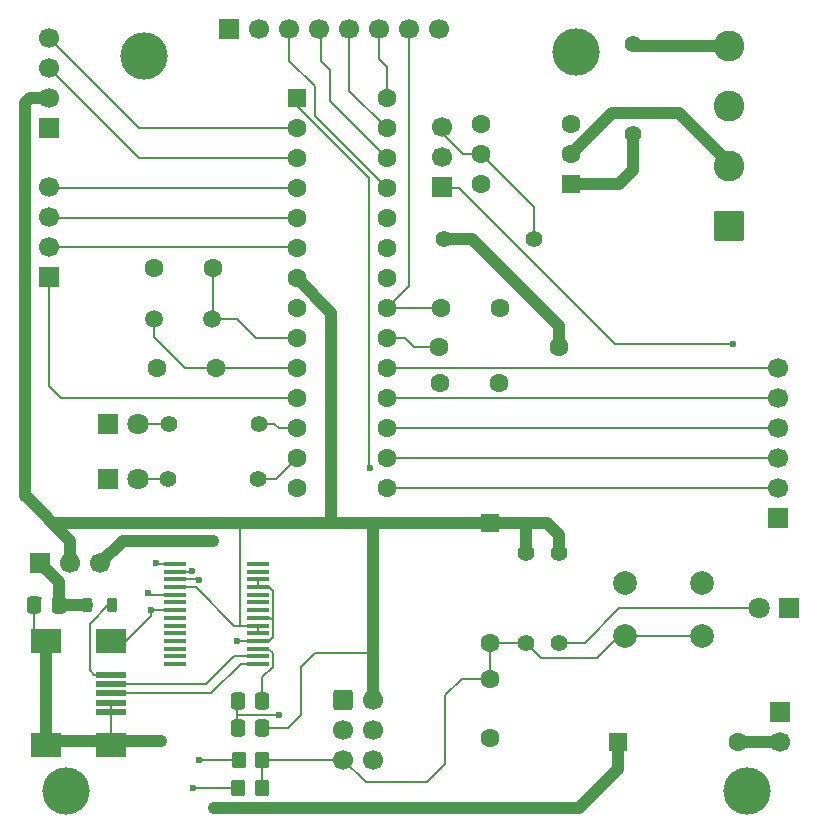
<source format=gbr>
%TF.GenerationSoftware,KiCad,Pcbnew,9.0.7*%
%TF.CreationDate,2026-02-16T21:59:20+01:00*%
%TF.ProjectId,anemometre,616e656d-6f6d-4657-9472-652e6b696361,rev?*%
%TF.SameCoordinates,Original*%
%TF.FileFunction,Copper,L1,Top*%
%TF.FilePolarity,Positive*%
%FSLAX46Y46*%
G04 Gerber Fmt 4.6, Leading zero omitted, Abs format (unit mm)*
G04 Created by KiCad (PCBNEW 9.0.7) date 2026-02-16 21:59:20*
%MOMM*%
%LPD*%
G01*
G04 APERTURE LIST*
G04 Aperture macros list*
%AMRoundRect*
0 Rectangle with rounded corners*
0 $1 Rounding radius*
0 $2 $3 $4 $5 $6 $7 $8 $9 X,Y pos of 4 corners*
0 Add a 4 corners polygon primitive as box body*
4,1,4,$2,$3,$4,$5,$6,$7,$8,$9,$2,$3,0*
0 Add four circle primitives for the rounded corners*
1,1,$1+$1,$2,$3*
1,1,$1+$1,$4,$5*
1,1,$1+$1,$6,$7*
1,1,$1+$1,$8,$9*
0 Add four rect primitives between the rounded corners*
20,1,$1+$1,$2,$3,$4,$5,0*
20,1,$1+$1,$4,$5,$6,$7,0*
20,1,$1+$1,$6,$7,$8,$9,0*
20,1,$1+$1,$8,$9,$2,$3,0*%
G04 Aperture macros list end*
%TA.AperFunction,ComponentPad*%
%ADD10C,1.400000*%
%TD*%
%TA.AperFunction,SMDPad,CuDef*%
%ADD11RoundRect,0.250000X0.337500X0.475000X-0.337500X0.475000X-0.337500X-0.475000X0.337500X-0.475000X0*%
%TD*%
%TA.AperFunction,ComponentPad*%
%ADD12RoundRect,0.250000X-0.550000X0.550000X-0.550000X-0.550000X0.550000X-0.550000X0.550000X0.550000X0*%
%TD*%
%TA.AperFunction,ComponentPad*%
%ADD13C,1.600000*%
%TD*%
%TA.AperFunction,ComponentPad*%
%ADD14R,1.700000X1.700000*%
%TD*%
%TA.AperFunction,ComponentPad*%
%ADD15C,1.700000*%
%TD*%
%TA.AperFunction,SMDPad,CuDef*%
%ADD16RoundRect,0.100000X-0.850000X-0.100000X0.850000X-0.100000X0.850000X0.100000X-0.850000X0.100000X0*%
%TD*%
%TA.AperFunction,SMDPad,CuDef*%
%ADD17R,2.500000X0.500000*%
%TD*%
%TA.AperFunction,SMDPad,CuDef*%
%ADD18R,2.500000X2.000000*%
%TD*%
%TA.AperFunction,ComponentPad*%
%ADD19C,1.500000*%
%TD*%
%TA.AperFunction,ComponentPad*%
%ADD20RoundRect,0.250000X1.050000X-1.050000X1.050000X1.050000X-1.050000X1.050000X-1.050000X-1.050000X0*%
%TD*%
%TA.AperFunction,ComponentPad*%
%ADD21C,2.600000*%
%TD*%
%TA.AperFunction,ComponentPad*%
%ADD22R,1.800000X1.800000*%
%TD*%
%TA.AperFunction,ComponentPad*%
%ADD23C,1.800000*%
%TD*%
%TA.AperFunction,ComponentPad*%
%ADD24RoundRect,0.250000X-0.550000X-0.550000X0.550000X-0.550000X0.550000X0.550000X-0.550000X0.550000X0*%
%TD*%
%TA.AperFunction,ComponentPad*%
%ADD25RoundRect,0.250000X-0.600000X-0.600000X0.600000X-0.600000X0.600000X0.600000X-0.600000X0.600000X0*%
%TD*%
%TA.AperFunction,ComponentPad*%
%ADD26C,2.000000*%
%TD*%
%TA.AperFunction,SMDPad,CuDef*%
%ADD27RoundRect,0.250000X-0.350000X-0.450000X0.350000X-0.450000X0.350000X0.450000X-0.350000X0.450000X0*%
%TD*%
%TA.AperFunction,SMDPad,CuDef*%
%ADD28RoundRect,0.250000X-0.337500X-0.475000X0.337500X-0.475000X0.337500X0.475000X-0.337500X0.475000X0*%
%TD*%
%TA.AperFunction,SMDPad,CuDef*%
%ADD29RoundRect,0.218750X-0.218750X-0.381250X0.218750X-0.381250X0.218750X0.381250X-0.218750X0.381250X0*%
%TD*%
%TA.AperFunction,ComponentPad*%
%ADD30RoundRect,0.250000X0.550000X0.550000X-0.550000X0.550000X-0.550000X-0.550000X0.550000X-0.550000X0*%
%TD*%
%TA.AperFunction,ViaPad*%
%ADD31C,0.600000*%
%TD*%
%TA.AperFunction,ViaPad*%
%ADD32C,4.000000*%
%TD*%
%TA.AperFunction,Conductor*%
%ADD33C,0.200000*%
%TD*%
%TA.AperFunction,Conductor*%
%ADD34C,1.000000*%
%TD*%
G04 APERTURE END LIST*
D10*
%TO.P,R5,1*%
%TO.N,+5V*%
X116459000Y-70358000D03*
%TO.P,R5,2*%
%TO.N,/RESET*%
X116459000Y-77978000D03*
%TD*%
D11*
%TO.P,C8,1*%
%TO.N,/USBVCC*%
X76856500Y-74803000D03*
%TO.P,C8,2*%
%TO.N,GND*%
X74781500Y-74803000D03*
%TD*%
D12*
%TO.P,D4,1,K*%
%TO.N,+5V*%
X113411000Y-67818000D03*
D13*
%TO.P,D4,2,A*%
%TO.N,/RESET*%
X113411000Y-77978000D03*
%TD*%
D14*
%TO.P,J10,1,Pin_1*%
%TO.N,/USBVCC*%
X75311000Y-71247000D03*
D15*
%TO.P,J10,2,Pin_2*%
%TO.N,+5V*%
X77851000Y-71247000D03*
%TO.P,J10,3,Pin_3*%
%TO.N,Net-(D3-K)*%
X80391000Y-71247000D03*
%TD*%
D14*
%TO.P,J3,1,Pin_1*%
%TO.N,/ADC0*%
X91313000Y-26035000D03*
D15*
%TO.P,J3,2,Pin_2*%
%TO.N,/ADC1*%
X93853000Y-26035000D03*
%TO.P,J3,3,Pin_3*%
%TO.N,/ADC2*%
X96393000Y-26035000D03*
%TO.P,J3,4,Pin_4*%
%TO.N,/ADC3*%
X98933000Y-26035000D03*
%TO.P,J3,5,Pin_5*%
%TO.N,/ADC4*%
X101473000Y-26035000D03*
%TO.P,J3,6,Pin_6*%
%TO.N,/ADC5*%
X104013000Y-26035000D03*
%TO.P,J3,7,Pin_7*%
%TO.N,/AREF*%
X106553000Y-26035000D03*
%TO.P,J3,8,Pin_8*%
%TO.N,GND*%
X109093000Y-26035000D03*
%TD*%
D14*
%TO.P,J4,1,Pin_1*%
%TO.N,Net-(J4-Pin_1)*%
X137795000Y-67437000D03*
D15*
%TO.P,J4,2,Pin_2*%
%TO.N,Net-(J4-Pin_2)*%
X137795000Y-64897000D03*
%TO.P,J4,3,Pin_3*%
%TO.N,Net-(J4-Pin_3)*%
X137795000Y-62357000D03*
%TO.P,J4,4,Pin_4*%
%TO.N,/MOSI*%
X137795000Y-59817000D03*
%TO.P,J4,5,Pin_5*%
%TO.N,/MISO*%
X137795000Y-57277000D03*
%TO.P,J4,6,Pin_6*%
%TO.N,/SCK*%
X137795000Y-54737000D03*
%TD*%
D14*
%TO.P,J5,1,Pin_1*%
%TO.N,Net-(J4-Pin_1)*%
X109347000Y-39370000D03*
D15*
%TO.P,J5,2,Pin_2*%
%TO.N,Net-(J5-Pin_2)*%
X109347000Y-36830000D03*
%TO.P,J5,3,Pin_3*%
%TO.N,Net-(J5-Pin_3)*%
X109347000Y-34290000D03*
%TD*%
D13*
%TO.P,C5,1*%
%TO.N,GND*%
X113411000Y-86026000D03*
%TO.P,C5,2*%
%TO.N,/RESET*%
X113411000Y-81026000D03*
%TD*%
D10*
%TO.P,R4,1*%
%TO.N,Net-(U1-PD6)*%
X93853000Y-59436000D03*
%TO.P,R4,2*%
%TO.N,Net-(D1-A)*%
X86233000Y-59436000D03*
%TD*%
D16*
%TO.P,U3,1,TXD*%
%TO.N,/RXD*%
X86726000Y-71299000D03*
%TO.P,U3,2,DTR*%
%TO.N,Net-(U3-DTR)*%
X86726000Y-71949000D03*
%TO.P,U3,3,RTS*%
%TO.N,Net-(U3-RTS)*%
X86726000Y-72599000D03*
%TO.P,U3,4,VCCIO*%
%TO.N,+5V*%
X86726000Y-73249000D03*
%TO.P,U3,5,RXD*%
%TO.N,/TXD*%
X86726000Y-73899000D03*
%TO.P,U3,6,RI*%
%TO.N,unconnected-(U3-RI-Pad6)*%
X86726000Y-74549000D03*
%TO.P,U3,7,GND*%
%TO.N,GND*%
X86726000Y-75199000D03*
%TO.P,U3,8*%
%TO.N,N/C*%
X86726000Y-75849000D03*
%TO.P,U3,9,DCR*%
%TO.N,unconnected-(U3-DCR-Pad9)*%
X86726000Y-76499000D03*
%TO.P,U3,10,DCD*%
%TO.N,unconnected-(U3-DCD-Pad10)*%
X86726000Y-77149000D03*
%TO.P,U3,11,CTS*%
%TO.N,unconnected-(U3-CTS-Pad11)*%
X86726000Y-77799000D03*
%TO.P,U3,12,CBUS4*%
%TO.N,unconnected-(U3-CBUS4-Pad12)*%
X86726000Y-78449000D03*
%TO.P,U3,13,CBUS2*%
%TO.N,unconnected-(U3-CBUS2-Pad13)*%
X86726000Y-79099000D03*
%TO.P,U3,14,CBUS3*%
%TO.N,unconnected-(U3-CBUS3-Pad14)*%
X86726000Y-79749000D03*
%TO.P,U3,15,USBD+*%
%TO.N,/USBD+*%
X93726000Y-79749000D03*
%TO.P,U3,16,USBD-*%
%TO.N,/USBD-*%
X93726000Y-79099000D03*
%TO.P,U3,17,3V3OUT*%
%TO.N,Net-(U3-3V3OUT)*%
X93726000Y-78449000D03*
%TO.P,U3,18,GND*%
%TO.N,GND*%
X93726000Y-77799000D03*
%TO.P,U3,19,~{RESET}*%
%TO.N,+5V*%
X93726000Y-77149000D03*
%TO.P,U3,20,VCC*%
X93726000Y-76499000D03*
%TO.P,U3,21,GND*%
%TO.N,GND*%
X93726000Y-75849000D03*
%TO.P,U3,22,CBUS1*%
%TO.N,unconnected-(U3-CBUS1-Pad22)*%
X93726000Y-75199000D03*
%TO.P,U3,23,CBUS0*%
%TO.N,unconnected-(U3-CBUS0-Pad23)*%
X93726000Y-74549000D03*
%TO.P,U3,24*%
%TO.N,N/C*%
X93726000Y-73899000D03*
%TO.P,U3,25,AGND*%
%TO.N,GND*%
X93726000Y-73249000D03*
%TO.P,U3,26,TEST*%
X93726000Y-72599000D03*
%TO.P,U3,27,OSCI*%
%TO.N,unconnected-(U3-OSCI-Pad27)*%
X93726000Y-71949000D03*
%TO.P,U3,28,OSCO*%
%TO.N,unconnected-(U3-OSCO-Pad28)*%
X93726000Y-71299000D03*
%TD*%
D17*
%TO.P,J8,1,VBUS*%
%TO.N,Net-(J8-VBUS)*%
X81280000Y-80651000D03*
%TO.P,J8,2,D-*%
%TO.N,/USBD-*%
X81280000Y-81451000D03*
%TO.P,J8,3,D+*%
%TO.N,/USBD+*%
X81280000Y-82251000D03*
%TO.P,J8,4,ID*%
%TO.N,GND*%
X81280000Y-83051000D03*
%TO.P,J8,5,GND*%
X81280000Y-83851000D03*
D18*
%TO.P,J8,6,Shield*%
X81280000Y-77851000D03*
X75780000Y-77851000D03*
X81280000Y-86651000D03*
X75780000Y-86651000D03*
%TD*%
D19*
%TO.P,Y1,1,1*%
%TO.N,Net-(U1-XTAL1{slash}PB6)*%
X89816000Y-50546000D03*
%TO.P,Y1,2,2*%
%TO.N,Net-(U1-XTAL2{slash}PB7)*%
X84936000Y-50546000D03*
%TD*%
D20*
%TO.P,J1,1,Pin_1*%
%TO.N,unconnected-(J1-Pin_1-Pad1)*%
X133604000Y-42672000D03*
D21*
%TO.P,J1,2,Pin_2*%
%TO.N,Net-(J1-Pin_2)*%
X133604000Y-37592000D03*
%TO.P,J1,3,Pin_3*%
%TO.N,GND1*%
X133604000Y-32512000D03*
%TO.P,J1,4,Pin_4*%
%TO.N,+24V*%
X133604000Y-27432000D03*
%TD*%
D13*
%TO.P,C4,1*%
%TO.N,Net-(U1-AVCC)*%
X109173000Y-56007000D03*
%TO.P,C4,2*%
%TO.N,GND*%
X114173000Y-56007000D03*
%TD*%
%TO.P,C1,1*%
%TO.N,Net-(U1-XTAL1{slash}PB6)*%
X89916000Y-46228000D03*
%TO.P,C1,2*%
%TO.N,GND*%
X84916000Y-46228000D03*
%TD*%
D10*
%TO.P,R3,1*%
%TO.N,Net-(U1-PD7)*%
X93726000Y-64135000D03*
%TO.P,R3,2*%
%TO.N,Net-(D2-A)*%
X86106000Y-64135000D03*
%TD*%
D22*
%TO.P,D1,1,K*%
%TO.N,GND*%
X81026000Y-59436000D03*
D23*
%TO.P,D1,2,A*%
%TO.N,Net-(D1-A)*%
X83566000Y-59436000D03*
%TD*%
D11*
%TO.P,C7,1*%
%TO.N,Net-(U3-3V3OUT)*%
X94107000Y-82931000D03*
%TO.P,C7,2*%
%TO.N,GND*%
X92032000Y-82931000D03*
%TD*%
D10*
%TO.P,R1,1*%
%TO.N,+5V*%
X109474000Y-43810000D03*
%TO.P,R1,2*%
%TO.N,Net-(J5-Pin_3)*%
X117094000Y-43810000D03*
%TD*%
%TO.P,R2,1*%
%TO.N,+24V*%
X125476000Y-27305000D03*
%TO.P,R2,2*%
%TO.N,Net-(R2-Pad2)*%
X125476000Y-34925000D03*
%TD*%
D13*
%TO.P,C2,1*%
%TO.N,Net-(U1-XTAL2{slash}PB7)*%
X90170000Y-54737000D03*
%TO.P,C2,2*%
%TO.N,GND*%
X85170000Y-54737000D03*
%TD*%
D22*
%TO.P,D5,1,K*%
%TO.N,GND*%
X138684000Y-75057000D03*
D23*
%TO.P,D5,2,A*%
%TO.N,Net-(D5-A)*%
X136144000Y-75057000D03*
%TD*%
D13*
%TO.P,C3,1*%
%TO.N,GND*%
X114260000Y-49657000D03*
%TO.P,C3,2*%
%TO.N,/AREF*%
X109260000Y-49657000D03*
%TD*%
D14*
%TO.P,J7,1,Pin_1*%
%TO.N,/T1*%
X76073000Y-46990000D03*
D15*
%TO.P,J7,2,Pin_2*%
%TO.N,/T0*%
X76073000Y-44450000D03*
%TO.P,J7,3,Pin_3*%
%TO.N,/INT1*%
X76073000Y-41910000D03*
%TO.P,J7,4,Pin_4*%
%TO.N,/INT0*%
X76073000Y-39370000D03*
%TD*%
D24*
%TO.P,D3,1,K*%
%TO.N,Net-(D3-K)*%
X124206000Y-86360000D03*
D13*
%TO.P,D3,2,A*%
%TO.N,Net-(D3-A)*%
X134366000Y-86360000D03*
%TD*%
D25*
%TO.P,J2,1,MISO*%
%TO.N,/MISO*%
X100965000Y-82804000D03*
D15*
%TO.P,J2,2,VCC*%
%TO.N,+5V*%
X103505000Y-82804000D03*
%TO.P,J2,3,SCK*%
%TO.N,/SCK*%
X100965000Y-85344000D03*
%TO.P,J2,4,MOSI*%
%TO.N,/MOSI*%
X103505000Y-85344000D03*
%TO.P,J2,5,~{RST}*%
%TO.N,/RESET*%
X100965000Y-87884000D03*
%TO.P,J2,6,GND*%
%TO.N,GND*%
X103505000Y-87884000D03*
%TD*%
D24*
%TO.P,U1,1,~{RESET}/PC6*%
%TO.N,/RESET*%
X97028000Y-31877000D03*
D13*
%TO.P,U1,2,PD0*%
%TO.N,/RXD*%
X97028000Y-34417000D03*
%TO.P,U1,3,PD1*%
%TO.N,/TXD*%
X97028000Y-36957000D03*
%TO.P,U1,4,PD2*%
%TO.N,/INT0*%
X97028000Y-39497000D03*
%TO.P,U1,5,PD3*%
%TO.N,/INT1*%
X97028000Y-42037000D03*
%TO.P,U1,6,PD4*%
%TO.N,/T0*%
X97028000Y-44577000D03*
%TO.P,U1,7,VCC*%
%TO.N,+5V*%
X97028000Y-47117000D03*
%TO.P,U1,8,GND*%
%TO.N,GND*%
X97028000Y-49657000D03*
%TO.P,U1,9,XTAL1/PB6*%
%TO.N,Net-(U1-XTAL1{slash}PB6)*%
X97028000Y-52197000D03*
%TO.P,U1,10,XTAL2/PB7*%
%TO.N,Net-(U1-XTAL2{slash}PB7)*%
X97028000Y-54737000D03*
%TO.P,U1,11,PD5*%
%TO.N,/T1*%
X97028000Y-57277000D03*
%TO.P,U1,12,PD6*%
%TO.N,Net-(U1-PD6)*%
X97028000Y-59817000D03*
%TO.P,U1,13,PD7*%
%TO.N,Net-(U1-PD7)*%
X97028000Y-62357000D03*
%TO.P,U1,14,PB0*%
%TO.N,Net-(J5-Pin_2)*%
X97028000Y-64897000D03*
%TO.P,U1,15,PB1*%
%TO.N,Net-(J4-Pin_2)*%
X104648000Y-64897000D03*
%TO.P,U1,16,PB2*%
%TO.N,Net-(J4-Pin_3)*%
X104648000Y-62357000D03*
%TO.P,U1,17,PB3*%
%TO.N,/MOSI*%
X104648000Y-59817000D03*
%TO.P,U1,18,PB4*%
%TO.N,/MISO*%
X104648000Y-57277000D03*
%TO.P,U1,19,PB5*%
%TO.N,/SCK*%
X104648000Y-54737000D03*
%TO.P,U1,20,AVCC*%
%TO.N,Net-(U1-AVCC)*%
X104648000Y-52197000D03*
%TO.P,U1,21,AREF*%
%TO.N,/AREF*%
X104648000Y-49657000D03*
%TO.P,U1,22,GND*%
%TO.N,GND*%
X104648000Y-47117000D03*
%TO.P,U1,23,PC0*%
%TO.N,/ADC0*%
X104648000Y-44577000D03*
%TO.P,U1,24,PC1*%
%TO.N,/ADC1*%
X104648000Y-42037000D03*
%TO.P,U1,25,PC2*%
%TO.N,/ADC2*%
X104648000Y-39497000D03*
%TO.P,U1,26,PC3*%
%TO.N,/ADC3*%
X104648000Y-36957000D03*
%TO.P,U1,27,PC4*%
%TO.N,/ADC4*%
X104648000Y-34417000D03*
%TO.P,U1,28,PC5*%
%TO.N,/ADC5*%
X104648000Y-31877000D03*
%TD*%
D26*
%TO.P,SW1,1,1*%
%TO.N,GND*%
X124818000Y-72898000D03*
X131318000Y-72898000D03*
%TO.P,SW1,2,2*%
%TO.N,/RESET*%
X124818000Y-77398000D03*
X131318000Y-77398000D03*
%TD*%
D27*
%TO.P,R8,1*%
%TO.N,Net-(U3-DTR)*%
X92066000Y-90297000D03*
%TO.P,R8,2*%
%TO.N,/RESET*%
X94066000Y-90297000D03*
%TD*%
D22*
%TO.P,D2,1,K*%
%TO.N,GND*%
X81026000Y-64135000D03*
D23*
%TO.P,D2,2,A*%
%TO.N,Net-(D2-A)*%
X83566000Y-64135000D03*
%TD*%
D28*
%TO.P,C6,1*%
%TO.N,GND*%
X92032000Y-85217000D03*
%TO.P,C6,2*%
%TO.N,+5V*%
X94107000Y-85217000D03*
%TD*%
D29*
%TO.P,FB1,1*%
%TO.N,/USBVCC*%
X79282000Y-74803000D03*
%TO.P,FB1,2*%
%TO.N,Net-(J8-VBUS)*%
X81407000Y-74803000D03*
%TD*%
D27*
%TO.P,R7,1*%
%TO.N,Net-(U3-RTS)*%
X92091000Y-87884000D03*
%TO.P,R7,2*%
%TO.N,/RESET*%
X94091000Y-87884000D03*
%TD*%
D30*
%TO.P,U2,1*%
%TO.N,Net-(R2-Pad2)*%
X120264000Y-39116000D03*
D13*
%TO.P,U2,2*%
%TO.N,Net-(J1-Pin_2)*%
X120264000Y-36576000D03*
%TO.P,U2,3,NC*%
%TO.N,unconnected-(U2-NC-Pad3)*%
X120264000Y-34036000D03*
%TO.P,U2,4*%
%TO.N,GND*%
X112644000Y-34036000D03*
%TO.P,U2,5*%
%TO.N,Net-(J5-Pin_3)*%
X112644000Y-36576000D03*
%TO.P,U2,6*%
%TO.N,unconnected-(U2-Pad6)*%
X112644000Y-39116000D03*
%TD*%
%TO.P,L1,1,1*%
%TO.N,+5V*%
X119253000Y-52959000D03*
%TO.P,L1,2,2*%
%TO.N,Net-(U1-AVCC)*%
X109093000Y-52959000D03*
%TD*%
D14*
%TO.P,J6,1,Pin_1*%
%TO.N,GND*%
X76073000Y-34417000D03*
D15*
%TO.P,J6,2,Pin_2*%
%TO.N,+5V*%
X76073000Y-31877000D03*
%TO.P,J6,3,Pin_3*%
%TO.N,/TXD*%
X76073000Y-29337000D03*
%TO.P,J6,4,Pin_4*%
%TO.N,/RXD*%
X76073000Y-26797000D03*
%TD*%
D10*
%TO.P,R6,1*%
%TO.N,+5V*%
X119253000Y-70358000D03*
%TO.P,R6,2*%
%TO.N,Net-(D5-A)*%
X119253000Y-77978000D03*
%TD*%
D14*
%TO.P,J9,1,Pin_1*%
%TO.N,GND*%
X137922000Y-83820000D03*
D15*
%TO.P,J9,2,Pin_2*%
%TO.N,Net-(D3-A)*%
X137922000Y-86360000D03*
%TD*%
D31*
%TO.N,GND*%
X95504000Y-84074000D03*
D32*
X120650000Y-27940000D03*
X135128000Y-90551000D03*
X77470000Y-90551000D03*
X84074000Y-28321000D03*
D31*
X91948000Y-77851000D03*
X85598000Y-86360000D03*
X84709000Y-75184000D03*
%TO.N,/RESET*%
X103187500Y-63182500D03*
%TO.N,Net-(J4-Pin_1)*%
X133985000Y-52705000D03*
%TO.N,/TXD*%
X84455000Y-73787000D03*
%TO.N,/RXD*%
X85090000Y-71247000D03*
%TO.N,Net-(D3-K)*%
X89916000Y-69342000D03*
X90043000Y-91948000D03*
%TO.N,Net-(U3-RTS)*%
X88773000Y-87884000D03*
X88773000Y-72644000D03*
%TO.N,Net-(U3-DTR)*%
X88138000Y-71882000D03*
X88201500Y-90233500D03*
%TD*%
D33*
%TO.N,/RESET*%
X113411000Y-77978000D02*
X116459000Y-77978000D01*
%TO.N,Net-(U1-AVCC)*%
X106172000Y-52197000D02*
X106934000Y-52959000D01*
X104648000Y-52197000D02*
X106172000Y-52197000D01*
X106934000Y-52959000D02*
X109093000Y-52959000D01*
%TO.N,/ADC5*%
X104648000Y-29210000D02*
X104648000Y-31877000D01*
X104013000Y-28575000D02*
X104648000Y-29210000D01*
X104013000Y-26035000D02*
X104013000Y-28575000D01*
%TO.N,/ADC3*%
X99822000Y-32131000D02*
X99822000Y-29464000D01*
X104648000Y-36957000D02*
X99822000Y-32131000D01*
X99822000Y-29464000D02*
X99060000Y-28702000D01*
X99060000Y-28702000D02*
X99060000Y-26162000D01*
X99060000Y-26162000D02*
X98933000Y-26035000D01*
D34*
%TO.N,Net-(D3-K)*%
X120904000Y-91948000D02*
X124206000Y-88646000D01*
X124206000Y-88646000D02*
X124206000Y-86360000D01*
X90043000Y-91948000D02*
X120904000Y-91948000D01*
D33*
%TO.N,/ADC2*%
X96393000Y-28702000D02*
X96393000Y-26035000D01*
X98532000Y-33381000D02*
X98532000Y-30841000D01*
X98532000Y-30841000D02*
X96393000Y-28702000D01*
X104648000Y-39497000D02*
X98532000Y-33381000D01*
%TO.N,/RESET*%
X97028000Y-32512000D02*
X97028000Y-31877000D01*
X103124000Y-38608000D02*
X97028000Y-32512000D01*
X103124000Y-63119000D02*
X103124000Y-38608000D01*
X103187500Y-63182500D02*
X103124000Y-63119000D01*
%TO.N,/RXD*%
X83693000Y-34417000D02*
X76073000Y-26797000D01*
X76073000Y-26797000D02*
X75692000Y-26797000D01*
X97028000Y-34417000D02*
X83693000Y-34417000D01*
%TO.N,/TXD*%
X76073000Y-29337000D02*
X83693000Y-36957000D01*
X83693000Y-36957000D02*
X97028000Y-36957000D01*
X75692000Y-29337000D02*
X76073000Y-29337000D01*
%TO.N,/ADC4*%
X101473000Y-31242000D02*
X101473000Y-26035000D01*
X104648000Y-34417000D02*
X101473000Y-31242000D01*
%TO.N,/AREF*%
X109260000Y-49657000D02*
X104648000Y-49657000D01*
X106553000Y-47752000D02*
X104648000Y-49657000D01*
X106553000Y-26035000D02*
X106553000Y-47752000D01*
%TO.N,Net-(U1-PD7)*%
X95250000Y-64135000D02*
X97028000Y-62357000D01*
X93726000Y-64135000D02*
X95250000Y-64135000D01*
%TO.N,Net-(D2-A)*%
X83566000Y-64135000D02*
X86106000Y-64135000D01*
%TO.N,Net-(U1-PD6)*%
X95123000Y-59436000D02*
X93853000Y-59436000D01*
X95504000Y-59817000D02*
X95123000Y-59436000D01*
X97028000Y-59817000D02*
X95504000Y-59817000D01*
%TO.N,/USBD-*%
X91716000Y-79099000D02*
X93726000Y-79099000D01*
X81280000Y-81451000D02*
X89364000Y-81451000D01*
X89364000Y-81451000D02*
X91716000Y-79099000D01*
%TO.N,/USBD+*%
X92272500Y-79749000D02*
X93726000Y-79749000D01*
X89770500Y-82251000D02*
X92272500Y-79749000D01*
X81280000Y-82251000D02*
X89770500Y-82251000D01*
%TO.N,GND*%
X74803000Y-76874000D02*
X75780000Y-77851000D01*
X74803000Y-74824500D02*
X74803000Y-76874000D01*
X74781500Y-74803000D02*
X74803000Y-74824500D01*
D34*
X75780000Y-86315000D02*
X82864000Y-86315000D01*
X75780000Y-77851000D02*
X75780000Y-86315000D01*
D33*
%TO.N,Net-(J8-VBUS)*%
X79889000Y-80651000D02*
X81280000Y-80651000D01*
X79481000Y-76348000D02*
X79481000Y-80243000D01*
X79481000Y-80243000D02*
X79889000Y-80651000D01*
X81153000Y-74676000D02*
X79481000Y-76348000D01*
%TO.N,/RESET*%
X124818000Y-77398000D02*
X131318000Y-77398000D01*
X122428000Y-79248000D02*
X124278000Y-77398000D01*
X117729000Y-79248000D02*
X122428000Y-79248000D01*
X116459000Y-77978000D02*
X117729000Y-79248000D01*
D34*
%TO.N,+5V*%
X119253000Y-68834000D02*
X119253000Y-70358000D01*
X99060000Y-67818000D02*
X118237000Y-67818000D01*
X118237000Y-67818000D02*
X119253000Y-68834000D01*
D33*
%TO.N,Net-(D5-A)*%
X124333000Y-75057000D02*
X136144000Y-75057000D01*
X121412000Y-77978000D02*
X124333000Y-75057000D01*
X119253000Y-77978000D02*
X121412000Y-77978000D01*
%TO.N,/RESET*%
X113411000Y-81026000D02*
X113411000Y-77978000D01*
X109601000Y-88265000D02*
X108077000Y-89789000D01*
X108077000Y-89789000D02*
X102870000Y-89789000D01*
X109601000Y-82423000D02*
X109601000Y-88265000D01*
X110998000Y-81026000D02*
X109601000Y-82423000D01*
X113411000Y-81026000D02*
X110998000Y-81026000D01*
X102870000Y-89789000D02*
X100965000Y-87884000D01*
X113466000Y-78033000D02*
X113593000Y-77906000D01*
%TO.N,+5V*%
X92202000Y-67945000D02*
X92329000Y-67818000D01*
X92202000Y-76499000D02*
X92202000Y-67945000D01*
X92329000Y-76499000D02*
X92202000Y-76499000D01*
X88489000Y-73249000D02*
X86726000Y-73249000D01*
X91739000Y-76499000D02*
X88489000Y-73249000D01*
X92329000Y-76499000D02*
X91739000Y-76499000D01*
D34*
%TO.N,/USBVCC*%
X76856500Y-74803000D02*
X79282000Y-74803000D01*
X76856500Y-72792500D02*
X76856500Y-74803000D01*
%TO.N,+5V*%
X116459000Y-67818000D02*
X116459000Y-70358000D01*
D33*
X116586000Y-70358000D02*
X116713000Y-70485000D01*
D34*
X111882000Y-43810000D02*
X109474000Y-43810000D01*
X119253000Y-51181000D02*
X111882000Y-43810000D01*
X119253000Y-52959000D02*
X119253000Y-51181000D01*
D33*
%TO.N,Net-(J4-Pin_1)*%
X110744000Y-39497000D02*
X109347000Y-39497000D01*
X123952000Y-52705000D02*
X110744000Y-39497000D01*
X133985000Y-52705000D02*
X123952000Y-52705000D01*
%TO.N,/RESET*%
X113411000Y-81026000D02*
X113284000Y-80899000D01*
D34*
%TO.N,+5V*%
X103505000Y-67818000D02*
X103505000Y-78740000D01*
D33*
%TO.N,GND*%
X94675999Y-77799000D02*
X94977000Y-77497999D01*
X91948000Y-83312000D02*
X91644500Y-83008500D01*
X74676000Y-74168000D02*
X75339000Y-74168000D01*
X94977000Y-77343000D02*
X94977000Y-76054000D01*
X91948000Y-84074000D02*
X91948000Y-83312000D01*
X82528000Y-77851000D02*
X84709000Y-75670000D01*
X93726000Y-72599000D02*
X93726000Y-73249000D01*
X93726000Y-77799000D02*
X94675999Y-77799000D01*
X94772000Y-75849000D02*
X93726000Y-75849000D01*
X94675999Y-73249000D02*
X94977000Y-73550001D01*
X86726000Y-75199000D02*
X84724000Y-75199000D01*
X81280000Y-86315000D02*
X82864000Y-86315000D01*
X94977000Y-77497999D02*
X94977000Y-77343000D01*
X93726000Y-73249000D02*
X94675999Y-73249000D01*
X81280000Y-83051000D02*
X81280000Y-86315000D01*
X94977000Y-76054000D02*
X94772000Y-75849000D01*
X84709000Y-75184000D02*
X84724000Y-75199000D01*
X91948000Y-84074000D02*
X95504000Y-84074000D01*
X85553000Y-86315000D02*
X85598000Y-86360000D01*
X93726000Y-77799000D02*
X92000000Y-77799000D01*
X81280000Y-77851000D02*
X82528000Y-77851000D01*
X91948000Y-84582000D02*
X91948000Y-84074000D01*
X84709000Y-75670000D02*
X84709000Y-75184000D01*
X92000000Y-77799000D02*
X91948000Y-77851000D01*
X85598000Y-86360000D02*
X85527000Y-86431000D01*
X94977000Y-73550001D02*
X94977000Y-76054000D01*
D34*
X82864000Y-86315000D02*
X85553000Y-86315000D01*
D33*
%TO.N,/RESET*%
X94091000Y-87884000D02*
X100965000Y-87884000D01*
X94091000Y-88138000D02*
X94091000Y-90272000D01*
%TO.N,Net-(D1-A)*%
X83566000Y-59436000D02*
X86233000Y-59436000D01*
D34*
%TO.N,+5V*%
X76327000Y-67818000D02*
X77851000Y-69342000D01*
X74422000Y-31877000D02*
X75692000Y-31877000D01*
X97028000Y-47117000D02*
X99949000Y-50038000D01*
D33*
X97409000Y-84074000D02*
X97409000Y-80010000D01*
D34*
X74041000Y-65532000D02*
X74041000Y-32258000D01*
D33*
X98552000Y-78867000D02*
X103378000Y-78867000D01*
X93726000Y-76499000D02*
X93726000Y-77149000D01*
X96266000Y-85217000D02*
X97409000Y-84074000D01*
X109474000Y-43810000D02*
X110104000Y-43810000D01*
X93726000Y-76499000D02*
X92329000Y-76499000D01*
D34*
X76327000Y-67818000D02*
X92329000Y-67818000D01*
D33*
X97409000Y-80010000D02*
X98552000Y-78867000D01*
D34*
X74168000Y-65659000D02*
X77851000Y-69342000D01*
D33*
X103378000Y-78867000D02*
X103505000Y-78740000D01*
D34*
X74041000Y-32258000D02*
X74422000Y-31877000D01*
X103505000Y-78740000D02*
X103505000Y-82804000D01*
X77851000Y-69342000D02*
X77851000Y-71247000D01*
D33*
X94107000Y-85217000D02*
X96266000Y-85217000D01*
D34*
X99949000Y-50038000D02*
X99949000Y-67818000D01*
X92329000Y-67818000D02*
X99949000Y-67818000D01*
%TO.N,Net-(J1-Pin_2)*%
X123693000Y-33147000D02*
X129413000Y-33147000D01*
X129413000Y-33147000D02*
X133604000Y-37338000D01*
X133604000Y-37338000D02*
X133604000Y-37592000D01*
X120264000Y-36576000D02*
X123693000Y-33147000D01*
D33*
%TO.N,+24V*%
X125603000Y-27432000D02*
X125476000Y-27305000D01*
D34*
X133604000Y-27432000D02*
X125603000Y-27432000D01*
D33*
%TO.N,/MISO*%
X121031000Y-57277000D02*
X121062240Y-57245760D01*
X137763760Y-57245760D02*
X137795000Y-57277000D01*
X121062240Y-57245760D02*
X137763760Y-57245760D01*
X105155000Y-56770000D02*
X104648000Y-57277000D01*
X104648000Y-57277000D02*
X121031000Y-57277000D01*
%TO.N,/MOSI*%
X104648000Y-59817000D02*
X115824000Y-59817000D01*
X115824000Y-59817000D02*
X115855240Y-59785760D01*
X115855240Y-59785760D02*
X137763760Y-59785760D01*
X137763760Y-59785760D02*
X137795000Y-59817000D01*
%TO.N,/SCK*%
X100965000Y-85979000D02*
X100838000Y-85852000D01*
X104648000Y-54737000D02*
X137795000Y-54737000D01*
%TO.N,Net-(J4-Pin_2)*%
X112903000Y-64897000D02*
X112934240Y-64865760D01*
X104648000Y-64897000D02*
X112903000Y-64897000D01*
X112934240Y-64865760D02*
X137763760Y-64865760D01*
X137763760Y-64865760D02*
X137795000Y-64897000D01*
%TO.N,Net-(J4-Pin_3)*%
X137763760Y-62325760D02*
X137795000Y-62357000D01*
X104648000Y-62357000D02*
X112903000Y-62357000D01*
X112934240Y-62325760D02*
X137763760Y-62325760D01*
X112903000Y-62357000D02*
X112934240Y-62325760D01*
%TO.N,Net-(J5-Pin_3)*%
X117094000Y-41026000D02*
X112644000Y-36576000D01*
X109347000Y-34290000D02*
X109347000Y-34798000D01*
X111125000Y-36576000D02*
X112644000Y-36576000D01*
X117094000Y-43810000D02*
X117094000Y-41026000D01*
X109347000Y-34798000D02*
X111125000Y-36576000D01*
%TO.N,Net-(J5-Pin_2)*%
X97028000Y-64770000D02*
X97028000Y-64897000D01*
%TO.N,/TXD*%
X86726000Y-73899000D02*
X84567000Y-73899000D01*
X84567000Y-73899000D02*
X84455000Y-73787000D01*
%TO.N,/RXD*%
X85090000Y-71247000D02*
X85142000Y-71299000D01*
X86726000Y-71299000D02*
X85142000Y-71299000D01*
D34*
%TO.N,Net-(R2-Pad2)*%
X125476000Y-37973000D02*
X124333000Y-39116000D01*
X124333000Y-39116000D02*
X120264000Y-39116000D01*
X125476000Y-34925000D02*
X125476000Y-37973000D01*
D33*
%TO.N,Net-(U1-XTAL1{slash}PB6)*%
X89816000Y-50546000D02*
X91948000Y-50546000D01*
X91948000Y-50546000D02*
X93599000Y-52197000D01*
X89916000Y-50446000D02*
X89816000Y-50546000D01*
X89916000Y-46228000D02*
X89916000Y-50446000D01*
X93599000Y-52197000D02*
X97028000Y-52197000D01*
%TO.N,/INT1*%
X76073000Y-41910000D02*
X76200000Y-42037000D01*
X76200000Y-42037000D02*
X97028000Y-42037000D01*
%TO.N,Net-(U1-XTAL2{slash}PB7)*%
X87583000Y-54737000D02*
X97028000Y-54737000D01*
X84936000Y-52090000D02*
X87583000Y-54737000D01*
X84936000Y-50546000D02*
X84936000Y-52090000D01*
%TO.N,/INT0*%
X97028000Y-39497000D02*
X76200000Y-39497000D01*
X76200000Y-39497000D02*
X76073000Y-39370000D01*
%TO.N,/T1*%
X77089000Y-57277000D02*
X76073000Y-56261000D01*
X76073000Y-56261000D02*
X76073000Y-46228000D01*
X97028000Y-57277000D02*
X77089000Y-57277000D01*
%TO.N,/T0*%
X76877000Y-44492000D02*
X96943000Y-44492000D01*
X96943000Y-44492000D02*
X97028000Y-44577000D01*
D34*
%TO.N,Net-(D3-A)*%
X137922000Y-86360000D02*
X134366000Y-86360000D01*
D33*
%TO.N,Net-(U3-3V3OUT)*%
X94996000Y-78849130D02*
X94996000Y-79998870D01*
X93726000Y-78449000D02*
X94595870Y-78449000D01*
X94595870Y-78449000D02*
X94996000Y-78849130D01*
X94107000Y-80887870D02*
X94107000Y-82931000D01*
X94996000Y-79998870D02*
X94107000Y-80887870D01*
D34*
%TO.N,/USBVCC*%
X76856500Y-72792500D02*
X75311000Y-71247000D01*
D33*
X75311000Y-71247000D02*
X74676000Y-71882000D01*
D34*
%TO.N,Net-(D3-K)*%
X89916000Y-69342000D02*
X82296000Y-69342000D01*
X82296000Y-69342000D02*
X80391000Y-71247000D01*
D33*
%TO.N,Net-(U3-RTS)*%
X88728000Y-72599000D02*
X88773000Y-72644000D01*
X88773000Y-87884000D02*
X92091000Y-87884000D01*
X86726000Y-72599000D02*
X88728000Y-72599000D01*
%TO.N,Net-(U3-DTR)*%
X86726000Y-71949000D02*
X88071000Y-71949000D01*
X88201500Y-90233500D02*
X88265000Y-90297000D01*
X88265000Y-90297000D02*
X92066000Y-90297000D01*
X88071000Y-71949000D02*
X88138000Y-71882000D01*
X88138000Y-90170000D02*
X88201500Y-90233500D01*
%TD*%
M02*

</source>
